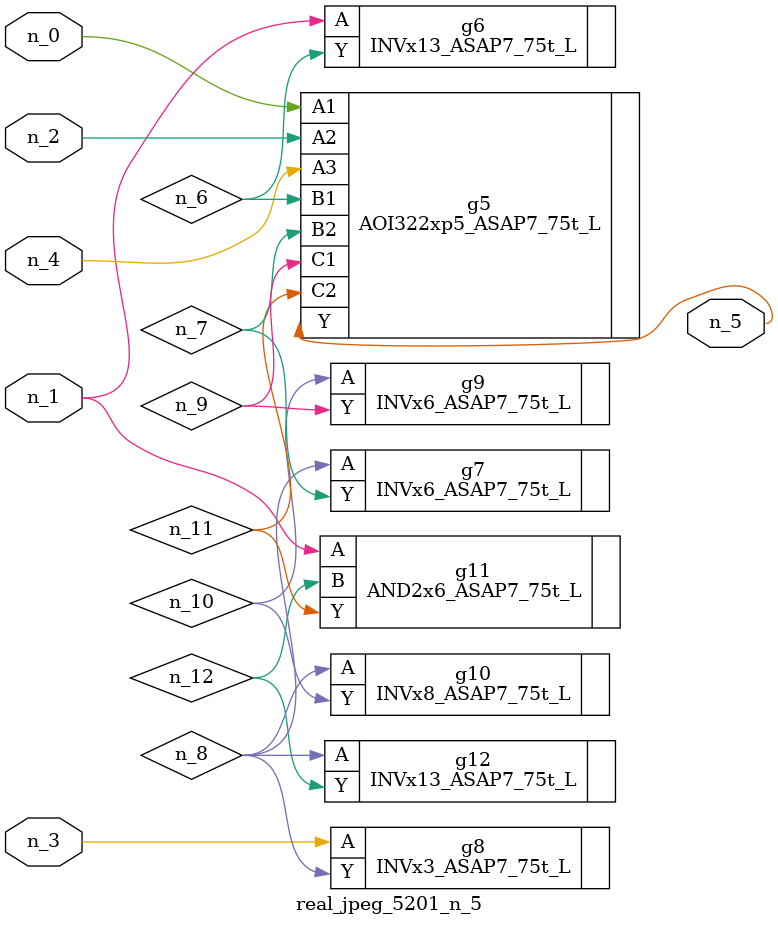
<source format=v>
module real_jpeg_5201_n_5 (n_4, n_0, n_1, n_2, n_3, n_5);

input n_4;
input n_0;
input n_1;
input n_2;
input n_3;

output n_5;

wire n_12;
wire n_8;
wire n_11;
wire n_6;
wire n_7;
wire n_10;
wire n_9;

AOI322xp5_ASAP7_75t_L g5 ( 
.A1(n_0),
.A2(n_2),
.A3(n_4),
.B1(n_6),
.B2(n_7),
.C1(n_9),
.C2(n_11),
.Y(n_5)
);

INVx13_ASAP7_75t_L g6 ( 
.A(n_1),
.Y(n_6)
);

AND2x6_ASAP7_75t_L g11 ( 
.A(n_1),
.B(n_12),
.Y(n_11)
);

INVx3_ASAP7_75t_L g8 ( 
.A(n_3),
.Y(n_8)
);

INVx6_ASAP7_75t_L g7 ( 
.A(n_8),
.Y(n_7)
);

INVx8_ASAP7_75t_L g10 ( 
.A(n_8),
.Y(n_10)
);

INVx13_ASAP7_75t_L g12 ( 
.A(n_8),
.Y(n_12)
);

INVx6_ASAP7_75t_L g9 ( 
.A(n_10),
.Y(n_9)
);


endmodule
</source>
